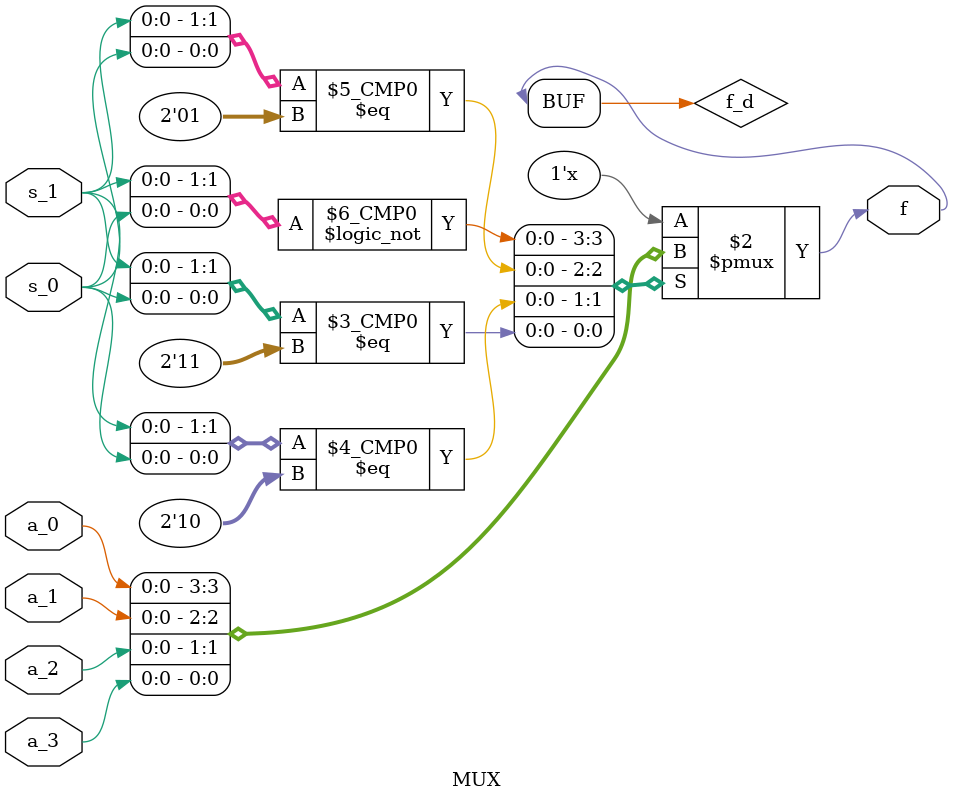
<source format=v>
module MUX	
(
input
		a_0,
		a_1,
		a_2,
		a_3,
		
		s_0,
		s_1,
		
output
		f
);
reg f_d;

always@(*)
	case({s_1,s_0})
		
		0: f_d <= a_0;
		1: f_d <= a_1;
		2: f_d <= a_2;
		3: f_d <= a_3;
	
	endcase

assign f = f_d;

endmodule
</source>
